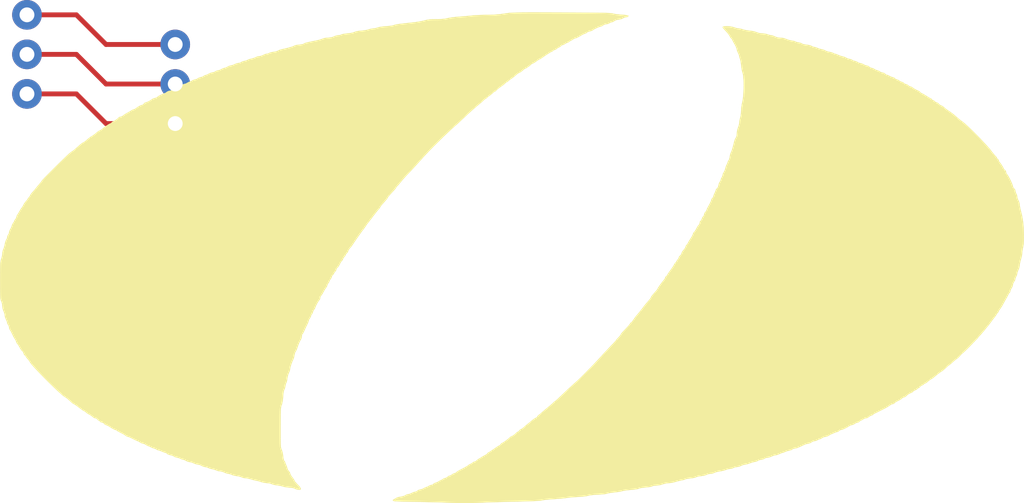
<source format=kicad_pcb>
(kicad_pcb (version 20171130) (host pcbnew "(5.0.0)")

  (general
    (thickness 1.6)
    (drawings 0)
    (tracks 15)
    (zones 0)
    (modules 1)
    (nets 1)
  )

  (page A4)
  (layers
    (0 F.Cu signal)
    (31 B.Cu signal)
    (32 B.Adhes user)
    (33 F.Adhes user)
    (34 B.Paste user)
    (35 F.Paste user)
    (36 B.SilkS user)
    (37 F.SilkS user)
    (38 B.Mask user)
    (39 F.Mask user)
    (40 Dwgs.User user)
    (41 Cmts.User user)
    (42 Eco1.User user)
    (43 Eco2.User user)
    (44 Edge.Cuts user)
    (45 Margin user)
    (46 B.CrtYd user)
    (47 F.CrtYd user)
    (48 B.Fab user)
    (49 F.Fab user)
  )

  (setup
    (last_trace_width 0.25)
    (trace_clearance 0.2)
    (zone_clearance 0.508)
    (zone_45_only no)
    (trace_min 0.2)
    (segment_width 0.2)
    (edge_width 0.15)
    (via_size 0.8)
    (via_drill 0.4)
    (via_min_size 0.4)
    (via_min_drill 0.3)
    (uvia_size 0.3)
    (uvia_drill 0.1)
    (uvias_allowed no)
    (uvia_min_size 0.2)
    (uvia_min_drill 0.1)
    (pcb_text_width 0.3)
    (pcb_text_size 1.5 1.5)
    (mod_edge_width 0.15)
    (mod_text_size 1 1)
    (mod_text_width 0.15)
    (pad_size 1.524 1.524)
    (pad_drill 0.762)
    (pad_to_mask_clearance 0.2)
    (aux_axis_origin 0 0)
    (visible_elements 7FFFFFFF)
    (pcbplotparams
      (layerselection 0x00020_7ffffffe)
      (usegerberextensions false)
      (usegerberattributes false)
      (usegerberadvancedattributes false)
      (creategerberjobfile false)
      (excludeedgelayer true)
      (linewidth 0.100000)
      (plotframeref false)
      (viasonmask false)
      (mode 1)
      (useauxorigin false)
      (hpglpennumber 1)
      (hpglpenspeed 20)
      (hpglpendiameter 15.000000)
      (psnegative false)
      (psa4output false)
      (plotreference true)
      (plotvalue true)
      (plotinvisibletext false)
      (padsonsilk false)
      (subtractmaskfromsilk false)
      (outputformat 1)
      (mirror false)
      (drillshape 0)
      (scaleselection 1)
      (outputdirectory ""))
  )

  (net 0 "")

  (net_class Default "This is the default net class."
    (clearance 0.2)
    (trace_width 0.25)
    (via_dia 0.8)
    (via_drill 0.4)
    (uvia_dia 0.3)
    (uvia_drill 0.1)
  )

  (module footprints:olin_negative (layer F.Cu) (tedit 0) (tstamp 5C00B5E0)
    (at 27.94 16.51)
    (fp_text reference G*** (at 0 0) (layer F.SilkS) hide
      (effects (font (size 1.524 1.524) (thickness 0.3)))
    )
    (fp_text value LOGO (at 0.75 0) (layer F.SilkS) hide
      (effects (font (size 1.524 1.524) (thickness 0.3)))
    )
    (fp_poly (pts (xy 0.922735 -15.110146) (xy 1.284046 -15.109234) (xy 1.700291 -15.107844) (xy 2.075212 -15.106451)
      (xy 2.561731 -15.104387) (xy 2.988232 -15.102089) (xy 3.358199 -15.099491) (xy 3.675113 -15.096525)
      (xy 3.942458 -15.093126) (xy 4.163716 -15.089228) (xy 4.342369 -15.084764) (xy 4.4819 -15.079668)
      (xy 4.585791 -15.073873) (xy 4.657525 -15.067313) (xy 4.700585 -15.059923) (xy 4.711672 -15.056248)
      (xy 4.781258 -15.03763) (xy 4.896449 -15.019371) (xy 5.039383 -15.003931) (xy 5.1494 -14.995943)
      (xy 5.29133 -14.985285) (xy 5.40866 -14.9717) (xy 5.487572 -14.95709) (xy 5.513858 -14.945783)
      (xy 5.509335 -14.906578) (xy 5.458033 -14.874576) (xy 5.376617 -14.859655) (xy 5.36825 -14.859487)
      (xy 5.283074 -14.837885) (xy 5.233634 -14.806746) (xy 5.169373 -14.77372) (xy 5.069737 -14.747618)
      (xy 5.008884 -14.739168) (xy 4.876292 -14.714118) (xy 4.790597 -14.669798) (xy 4.785075 -14.664423)
      (xy 4.712783 -14.618046) (xy 4.654025 -14.605) (xy 4.578453 -14.58572) (xy 4.54025 -14.557375)
      (xy 4.482374 -14.523835) (xy 4.398389 -14.509751) (xy 4.397769 -14.50975) (xy 4.296878 -14.489524)
      (xy 4.214086 -14.44625) (xy 4.147067 -14.401829) (xy 4.097386 -14.382763) (xy 4.096627 -14.38275)
      (xy 4.035739 -14.368947) (xy 3.943064 -14.334232) (xy 3.840909 -14.288646) (xy 3.751583 -14.242231)
      (xy 3.697393 -14.205026) (xy 3.694316 -14.201664) (xy 3.640707 -14.168195) (xy 3.554743 -14.141828)
      (xy 3.535566 -14.138362) (xy 3.450846 -14.116561) (xy 3.39553 -14.086858) (xy 3.389718 -14.079854)
      (xy 3.342961 -14.042386) (xy 3.287534 -14.020816) (xy 3.219685 -13.994313) (xy 3.121049 -13.944863)
      (xy 3.025191 -13.890354) (xy 2.924094 -13.833756) (xy 2.838953 -13.793826) (xy 2.790344 -13.779582)
      (xy 2.730386 -13.760859) (xy 2.658336 -13.716001) (xy 2.593331 -13.671756) (xy 2.547727 -13.652526)
      (xy 2.546817 -13.6525) (xy 2.502826 -13.630653) (xy 2.4765 -13.604875) (xy 2.420881 -13.564452)
      (xy 2.390307 -13.55725) (xy 2.333892 -13.538725) (xy 2.263407 -13.494138) (xy 2.262913 -13.49375)
      (xy 2.187952 -13.448654) (xy 2.122968 -13.43025) (xy 2.073758 -13.415387) (xy 2.06375 -13.39688)
      (xy 2.037324 -13.363828) (xy 1.972305 -13.325608) (xy 1.958035 -13.31934) (xy 1.87455 -13.275663)
      (xy 1.814207 -13.229066) (xy 1.811272 -13.22571) (xy 1.748814 -13.183939) (xy 1.710612 -13.17625)
      (xy 1.661154 -13.16312) (xy 1.651 -13.14664) (xy 1.6247 -13.114783) (xy 1.584225 -13.095836)
      (xy 1.544133 -13.080294) (xy 1.493118 -13.05349) (xy 1.419682 -13.008534) (xy 1.312329 -12.938535)
      (xy 1.227348 -12.881981) (xy 1.162013 -12.83684) (xy 1.079942 -12.778371) (xy 1.070367 -12.771438)
      (xy 0.999917 -12.725112) (xy 0.950328 -12.700984) (xy 0.944426 -12.7) (xy 0.906027 -12.682075)
      (xy 0.835378 -12.635752) (xy 0.771404 -12.588876) (xy 0.685142 -12.528185) (xy 0.614784 -12.487822)
      (xy 0.584386 -12.47775) (xy 0.531263 -12.453981) (xy 0.517515 -12.437971) (xy 0.478674 -12.399032)
      (xy 0.409017 -12.34422) (xy 0.328359 -12.287457) (xy 0.256516 -12.242667) (xy 0.213307 -12.223772)
      (xy 0.212605 -12.223751) (xy 0.175022 -12.204365) (xy 0.130769 -12.168188) (xy 0.032019 -12.083737)
      (xy -0.052686 -12.024857) (xy -0.108856 -12.001552) (xy -0.110571 -12.0015) (xy -0.152249 -11.981272)
      (xy -0.218961 -11.929987) (xy -0.254926 -11.897717) (xy -0.350874 -11.815555) (xy -0.46391 -11.729774)
      (xy -0.508 -11.699372) (xy -0.593366 -11.63881) (xy -0.656654 -11.586517) (xy -0.676266 -11.56503)
      (xy -0.725045 -11.528614) (xy -0.744306 -11.52525) (xy -0.793233 -11.499959) (xy -0.802914 -11.483668)
      (xy -0.835226 -11.447674) (xy -0.907324 -11.388154) (xy -1.00565 -11.316031) (xy -1.041815 -11.291144)
      (xy -1.146174 -11.216695) (xy -1.229015 -11.150507) (xy -1.276632 -11.103784) (xy -1.282259 -11.094602)
      (xy -1.320757 -11.053181) (xy -1.340442 -11.048119) (xy -1.386404 -11.026394) (xy -1.452514 -10.973056)
      (xy -1.476375 -10.949829) (xy -1.559544 -10.875416) (xy -1.643875 -10.81546) (xy -1.658938 -10.80702)
      (xy -1.720262 -10.766166) (xy -1.746244 -10.731053) (xy -1.74625 -10.730685) (xy -1.770751 -10.701024)
      (xy -1.780443 -10.69975) (xy -1.823328 -10.679145) (xy -1.886743 -10.628063) (xy -1.903132 -10.612438)
      (xy -1.985827 -10.535735) (xy -2.083217 -10.451822) (xy -2.110055 -10.429875) (xy -2.318596 -10.25625)
      (xy -2.556675 -10.047842) (xy -2.810849 -9.816612) (xy -3.019876 -9.62025) (xy -3.12846 -9.51752)
      (xy -3.225296 -9.427317) (xy -3.297947 -9.361149) (xy -3.32873 -9.3345) (xy -3.435159 -9.243601)
      (xy -3.577263 -9.114729) (xy -3.746904 -8.955872) (xy -3.93594 -8.775017) (xy -4.13623 -8.580153)
      (xy -4.339636 -8.379268) (xy -4.538016 -8.180349) (xy -4.723231 -7.991383) (xy -4.887139 -7.82036)
      (xy -5.021601 -7.675266) (xy -5.036475 -7.658746) (xy -5.202085 -7.474207) (xy -5.333164 -7.328615)
      (xy -5.437442 -7.213522) (xy -5.52265 -7.120482) (xy -5.596516 -7.041045) (xy -5.666771 -6.966765)
      (xy -5.730875 -6.899861) (xy -5.89858 -6.721262) (xy -6.057212 -6.544343) (xy -6.192817 -6.384913)
      (xy -6.262442 -6.297581) (xy -6.320482 -6.229374) (xy -6.369158 -6.184073) (xy -6.372671 -6.181735)
      (xy -6.409595 -6.141442) (xy -6.4135 -6.126173) (xy -6.433496 -6.087514) (xy -6.484766 -6.021028)
      (xy -6.527801 -5.972176) (xy -6.621006 -5.87109) (xy -6.718925 -5.764729) (xy -6.750051 -5.730875)
      (xy -6.812228 -5.658436) (xy -6.851244 -5.603794) (xy -6.858 -5.587413) (xy -6.871932 -5.55832)
      (xy -6.916376 -5.499604) (xy -6.99531 -5.406457) (xy -7.112709 -5.274073) (xy -7.167563 -5.213221)
      (xy -7.216431 -5.151803) (xy -7.238846 -5.109069) (xy -7.239 -5.107114) (xy -7.25931 -5.066615)
      (xy -7.299753 -5.019248) (xy -7.344312 -4.96867) (xy -7.415528 -4.881238) (xy -7.502107 -4.771008)
      (xy -7.561257 -4.69381) (xy -7.665122 -4.556886) (xy -7.737852 -4.461178) (xy -7.786694 -4.397314)
      (xy -7.818897 -4.355923) (xy -7.841708 -4.327635) (xy -7.862377 -4.303078) (xy -7.874 -4.289472)
      (xy -7.926756 -4.218947) (xy -7.96925 -4.152865) (xy -8.023564 -4.069994) (xy -8.08844 -3.982415)
      (xy -8.089823 -3.980681) (xy -8.159205 -3.889792) (xy -8.252435 -3.762155) (xy -8.358108 -3.613838)
      (xy -8.464818 -3.46091) (xy -8.56116 -3.319437) (xy -8.590534 -3.275276) (xy -8.667679 -3.160128)
      (xy -8.726256 -3.078531) (xy -8.781454 -3.010255) (xy -8.834438 -2.950475) (xy -8.877107 -2.886138)
      (xy -8.89 -2.841315) (xy -8.912407 -2.785658) (xy -8.9535 -2.739009) (xy -9.001459 -2.685598)
      (xy -9.017 -2.64899) (xy -9.0385 -2.602361) (xy -9.077645 -2.55846) (xy -9.133593 -2.484213)
      (xy -9.157625 -2.426539) (xy -9.18232 -2.368204) (xy -9.2058 -2.3495) (xy -9.23366 -2.323072)
      (xy -9.276556 -2.25451) (xy -9.315493 -2.17859) (xy -9.366823 -2.083422) (xy -9.416126 -2.013714)
      (xy -9.444799 -1.989086) (xy -9.484641 -1.945755) (xy -9.49325 -1.905686) (xy -9.516221 -1.836226)
      (xy -9.55675 -1.786509) (xy -9.604881 -1.730771) (xy -9.62025 -1.690573) (xy -9.645726 -1.643547)
      (xy -9.665935 -1.631477) (xy -9.705434 -1.590194) (xy -9.731476 -1.523542) (xy -9.761311 -1.443934)
      (xy -9.796916 -1.395307) (xy -9.835998 -1.343662) (xy -9.8425 -1.31802) (xy -9.860812 -1.267089)
      (xy -9.904962 -1.199162) (xy -9.906 -1.197837) (xy -9.950768 -1.1268) (xy -9.9695 -1.069007)
      (xy -9.9695 -1.068823) (xy -9.990536 -1.007169) (xy -10.015138 -0.974898) (xy -10.052731 -0.924289)
      (xy -10.106686 -0.836279) (xy -10.162864 -0.734506) (xy -10.217302 -0.637515) (xy -10.26332 -0.567752)
      (xy -10.291263 -0.539793) (xy -10.291851 -0.53975) (xy -10.312294 -0.512621) (xy -10.31875 -0.462643)
      (xy -10.334797 -0.384914) (xy -10.35951 -0.343581) (xy -10.413805 -0.271759) (xy -10.477352 -0.165969)
      (xy -10.536456 -0.051452) (xy -10.577418 0.046553) (xy -10.584733 0.071437) (xy -10.609201 0.134562)
      (xy -10.635632 0.15875) (xy -10.661637 0.186356) (xy -10.690737 0.255486) (xy -10.69975 0.28575)
      (xy -10.727615 0.364585) (xy -10.756218 0.409086) (xy -10.764474 0.41275) (xy -10.789852 0.439156)
      (xy -10.795 0.471968) (xy -10.813905 0.538057) (xy -10.8585 0.611913) (xy -10.903286 0.683158)
      (xy -10.922 0.74137) (xy -10.922 0.741515) (xy -10.935975 0.797359) (xy -10.97139 0.883045)
      (xy -10.993438 0.927872) (xy -11.047383 1.037177) (xy -11.10837 1.168618) (xy -11.143005 1.247052)
      (xy -11.187444 1.341793) (xy -11.22535 1.407526) (xy -11.246193 1.42875) (xy -11.263198 1.456549)
      (xy -11.271167 1.524329) (xy -11.27125 1.53281) (xy -11.288703 1.633022) (xy -11.326813 1.715372)
      (xy -11.374188 1.794515) (xy -11.42275 1.903205) (xy -11.47782 2.054138) (xy -11.512034 2.157358)
      (xy -11.545858 2.245829) (xy -11.578585 2.306427) (xy -11.590185 2.318636) (xy -11.613666 2.359419)
      (xy -11.637265 2.44092) (xy -11.647639 2.494902) (xy -11.669241 2.600632) (xy -11.695111 2.688412)
      (xy -11.706352 2.714625) (xy -11.758484 2.826922) (xy -11.808187 2.957345) (xy -11.84825 3.084243)
      (xy -11.871462 3.185963) (xy -11.8745 3.219491) (xy -11.89134 3.310081) (xy -11.932124 3.405073)
      (xy -11.934691 3.409377) (xy -11.971124 3.495621) (xy -12.002356 3.614953) (xy -12.01719 3.706869)
      (xy -12.032786 3.81285) (xy -12.051171 3.891039) (xy -12.06629 3.921922) (xy -12.08625 3.960688)
      (xy -12.106468 4.040253) (xy -12.114675 4.088552) (xy -12.135746 4.188493) (xy -12.16384 4.266341)
      (xy -12.176149 4.28625) (xy -12.196133 4.339373) (xy -12.214379 4.440703) (xy -12.228425 4.57495)
      (xy -12.232373 4.6355) (xy -12.250398 4.83212) (xy -12.279923 4.987406) (xy -12.306015 5.064125)
      (xy -12.321962 5.104772) (xy -12.334706 5.153197) (xy -12.344614 5.216623) (xy -12.352055 5.302273)
      (xy -12.357395 5.41737) (xy -12.361003 5.56914) (xy -12.363244 5.764805) (xy -12.364488 6.011589)
      (xy -12.364969 6.223) (xy -12.365183 6.508956) (xy -12.364569 6.738552) (xy -12.362771 6.918925)
      (xy -12.359431 7.057213) (xy -12.354191 7.160553) (xy -12.346694 7.236084) (xy -12.336582 7.290942)
      (xy -12.323498 7.332266) (xy -12.307719 7.366) (xy -12.274001 7.457392) (xy -12.246009 7.582375)
      (xy -12.232042 7.691068) (xy -12.216615 7.812192) (xy -12.19367 7.902346) (xy -12.171886 7.941018)
      (xy -12.134068 7.990485) (xy -12.128305 8.012825) (xy -12.114434 8.064958) (xy -12.083672 8.133798)
      (xy -12.044125 8.228774) (xy -12.016102 8.324297) (xy -11.982957 8.409809) (xy -11.935034 8.47018)
      (xy -11.933735 8.471111) (xy -11.885932 8.531034) (xy -11.8745 8.576894) (xy -11.855158 8.636635)
      (xy -11.805538 8.720513) (xy -11.763375 8.776801) (xy -11.701584 8.858868) (xy -11.661238 8.925226)
      (xy -11.65225 8.951582) (xy -11.630851 8.991063) (xy -11.574177 9.060208) (xy -11.493519 9.145503)
      (xy -11.474767 9.164029) (xy -11.371981 9.276315) (xy -11.323974 9.358318) (xy -11.330531 9.40925)
      (xy -11.391436 9.42832) (xy -11.506473 9.414738) (xy -11.541125 9.406775) (xy -11.614395 9.377903)
      (xy -11.644777 9.35856) (xy -11.694849 9.340645) (xy -11.788705 9.324259) (xy -11.906657 9.312777)
      (xy -11.914652 9.312284) (xy -12.047684 9.299191) (xy -12.171518 9.278285) (xy -12.2555 9.255348)
      (xy -12.352751 9.2275) (xy -12.477239 9.204565) (xy -12.545616 9.196579) (xy -12.665769 9.178575)
      (xy -12.77561 9.149655) (xy -12.821851 9.130787) (xy -12.916314 9.098981) (xy -13.032027 9.081599)
      (xy -13.064342 9.0805) (xy -13.178667 9.069245) (xy -13.313305 9.040425) (xy -13.390256 9.017)
      (xy -13.496191 8.982709) (xy -13.583453 8.959653) (xy -13.623451 8.9535) (xy -13.679807 8.944208)
      (xy -13.774621 8.919985) (xy -13.87475 8.89) (xy -13.999224 8.856017) (xy -14.118265 8.832974)
      (xy -14.189322 8.8265) (xy -14.285489 8.814824) (xy -14.363264 8.786426) (xy -14.367748 8.783529)
      (xy -14.434322 8.755983) (xy -14.536473 8.73231) (xy -14.605 8.722753) (xy -14.723753 8.703133)
      (xy -14.831886 8.672966) (xy -14.874875 8.654794) (xy -14.966514 8.619054) (xy -15.049971 8.604445)
      (xy -15.129295 8.589336) (xy -15.225782 8.552126) (xy -15.248293 8.54075) (xy -15.350924 8.499224)
      (xy -15.452922 8.477827) (xy -15.470073 8.477054) (xy -15.57633 8.461279) (xy -15.664889 8.429132)
      (xy -15.758512 8.392639) (xy -15.869761 8.364926) (xy -15.887139 8.362079) (xy -15.989355 8.338842)
      (xy -16.075466 8.306039) (xy -16.088196 8.298876) (xy -16.175272 8.264826) (xy -16.246946 8.25479)
      (xy -16.335144 8.236876) (xy -16.427063 8.193819) (xy -16.430625 8.1915) (xy -16.52169 8.147659)
      (xy -16.61115 8.128258) (xy -16.614453 8.128209) (xy -16.699377 8.113487) (xy -16.800984 8.077128)
      (xy -16.8275 8.0645) (xy -16.927004 8.02407) (xy -17.02045 8.002101) (xy -17.040548 8.00079)
      (xy -17.128862 7.982872) (xy -17.220833 7.939807) (xy -17.224375 7.9375) (xy -17.306862 7.89437)
      (xy -17.3793 7.874375) (xy -17.383998 7.874209) (xy -17.462093 7.856257) (xy -17.510998 7.831131)
      (xy -17.583804 7.797841) (xy -17.681523 7.771622) (xy -17.698056 7.768755) (xy -17.783097 7.747761)
      (xy -17.838603 7.720045) (xy -17.844878 7.713021) (xy -17.887126 7.686404) (xy -17.969349 7.659501)
      (xy -18.02099 7.648074) (xy -18.116179 7.622192) (xy -18.184351 7.588882) (xy -18.201184 7.572053)
      (xy -18.253092 7.529784) (xy -18.281641 7.523672) (xy -18.342671 7.509696) (xy -18.430608 7.475985)
      (xy -18.462625 7.46125) (xy -18.551834 7.42308) (xy -18.623188 7.40095) (xy -18.63912 7.398827)
      (xy -18.702531 7.379688) (xy -18.750245 7.351134) (xy -18.81785 7.313829) (xy -18.859971 7.303509)
      (xy -18.917016 7.288556) (xy -19.000272 7.252513) (xy -19.026543 7.239) (xy -19.108314 7.199295)
      (xy -19.168844 7.177154) (xy -19.179815 7.1755) (xy -19.22723 7.157325) (xy -19.293478 7.113455)
      (xy -19.295337 7.112) (xy -19.374594 7.066552) (xy -19.446875 7.0485) (xy -19.522044 7.029238)
      (xy -19.598414 6.985) (xy -19.665196 6.940599) (xy -19.7144 6.921514) (xy -19.71518 6.9215)
      (xy -19.759182 6.907247) (xy -19.841594 6.86968) (xy -19.945467 6.816589) (xy -19.957032 6.810375)
      (xy -20.066126 6.755621) (xy -20.159854 6.715936) (xy -20.219115 6.69934) (xy -20.221659 6.69925)
      (xy -20.291355 6.676221) (xy -20.319371 6.652382) (xy -20.366791 6.615562) (xy -20.45344 6.564376)
      (xy -20.558703 6.510814) (xy -20.661838 6.458918) (xy -20.740995 6.413207) (xy -20.779334 6.383422)
      (xy -20.779568 6.383057) (xy -20.82566 6.354108) (xy -20.854368 6.35) (xy -20.906704 6.333192)
      (xy -20.992649 6.289029) (xy -21.094023 6.226899) (xy -21.098557 6.223897) (xy -21.200231 6.161055)
      (xy -21.28728 6.115586) (xy -21.3415 6.096952) (xy -21.342821 6.096897) (xy -21.399989 6.070702)
      (xy -21.43125 6.0325) (xy -21.491062 5.98019) (xy -21.544489 5.969) (xy -21.611659 5.951959)
      (xy -21.642019 5.921375) (xy -21.681371 5.879189) (xy -21.703405 5.87375) (xy -21.751135 5.848631)
      (xy -21.7805 5.81025) (xy -21.839206 5.758359) (xy -21.890942 5.74675) (xy -21.967985 5.724868)
      (xy -22.008888 5.691187) (xy -22.060103 5.645363) (xy -22.145748 5.588902) (xy -22.20464 5.55625)
      (xy -22.293637 5.505026) (xy -22.356619 5.458671) (xy -22.374725 5.437187) (xy -22.414729 5.4003)
      (xy -22.430578 5.3975) (xy -22.471554 5.37907) (xy -22.549161 5.329506) (xy -22.650485 5.257392)
      (xy -22.717125 5.207) (xy -22.825243 5.125701) (xy -22.915912 5.061694) (xy -22.97676 5.023493)
      (xy -22.993929 5.0165) (xy -23.027477 5.001323) (xy -23.090434 4.952945) (xy -23.187946 4.867095)
      (xy -23.307389 4.756251) (xy -23.378807 4.701398) (xy -23.453774 4.656275) (xy -23.519833 4.610923)
      (xy -23.621288 4.526958) (xy -23.751677 4.410836) (xy -23.904537 4.269012) (xy -24.073407 4.107941)
      (xy -24.251824 3.934078) (xy -24.433326 3.753877) (xy -24.611451 3.573795) (xy -24.779737 3.400286)
      (xy -24.931721 3.239805) (xy -25.060942 3.098807) (xy -25.160937 2.983747) (xy -25.225244 2.90108)
      (xy -25.245246 2.866777) (xy -25.280121 2.808946) (xy -25.340863 2.732172) (xy -25.365505 2.704727)
      (xy -25.424688 2.634934) (xy -25.459557 2.581656) (xy -25.4635 2.568793) (xy -25.488741 2.531596)
      (xy -25.509185 2.520476) (xy -25.548398 2.479289) (xy -25.575167 2.410536) (xy -25.604913 2.334931)
      (xy -25.642939 2.291559) (xy -25.686885 2.253749) (xy -25.737808 2.18106) (xy -25.803141 2.062514)
      (xy -25.818762 2.032) (xy -25.861322 1.96473) (xy -25.895851 1.929218) (xy -25.930199 1.883217)
      (xy -25.954555 1.818093) (xy -25.986636 1.734378) (xy -26.020649 1.6813) (xy -26.055422 1.628714)
      (xy -26.104781 1.537195) (xy -26.158278 1.426163) (xy -26.160309 1.421694) (xy -26.211402 1.315702)
      (xy -26.256559 1.233731) (xy -26.286649 1.19224) (xy -26.288259 1.191083) (xy -26.312072 1.147601)
      (xy -26.32075 1.081513) (xy -26.336739 1.001496) (xy -26.368376 0.9525) (xy -26.409133 0.889748)
      (xy -26.416001 0.853247) (xy -26.430546 0.788173) (xy -26.466741 0.700069) (xy -26.479501 0.675042)
      (xy -26.520784 0.574766) (xy -26.542173 0.477397) (xy -26.543001 0.460374) (xy -26.558349 0.369201)
      (xy -26.596282 0.266025) (xy -26.6065 0.245707) (xy -26.653387 0.114429) (xy -26.670196 -0.023698)
      (xy -26.683069 -0.143756) (xy -26.715487 -0.250068) (xy -26.725601 -0.269875) (xy -26.741399 -0.302759)
      (xy -26.753904 -0.345612) (xy -26.763494 -0.405676) (xy -26.770546 -0.490193) (xy -26.775436 -0.606405)
      (xy -26.778541 -0.761555) (xy -26.780238 -0.962883) (xy -26.780905 -1.217631) (xy -26.780968 -1.3335)
      (xy -26.780647 -1.613264) (xy -26.779332 -1.837082) (xy -26.776642 -2.012507) (xy -26.7722 -2.147089)
      (xy -26.765626 -2.24838) (xy -26.756541 -2.323933) (xy -26.744566 -2.381297) (xy -26.729322 -2.428026)
      (xy -26.725563 -2.437456) (xy -26.689815 -2.556168) (xy -26.670761 -2.680739) (xy -26.669805 -2.707331)
      (xy -26.656875 -2.818817) (xy -26.62525 -2.921483) (xy -26.617639 -2.936875) (xy -26.582416 -3.025134)
      (xy -26.551642 -3.141754) (xy -26.540813 -3.20165) (xy -26.517548 -3.308625) (xy -26.485437 -3.395518)
      (xy -26.465979 -3.4264) (xy -26.426534 -3.501361) (xy -26.416001 -3.56255) (xy -26.398316 -3.640042)
      (xy -26.368375 -3.683) (xy -26.330974 -3.744094) (xy -26.32075 -3.801049) (xy -26.302434 -3.883492)
      (xy -26.261198 -3.963849) (xy -26.209811 -4.059743) (xy -26.179782 -4.149119) (xy -26.150804 -4.23186)
      (xy -26.112335 -4.287944) (xy -26.073268 -4.339274) (xy -26.06675 -4.364655) (xy -26.04743 -4.414792)
      (xy -26.00325 -4.47675) (xy -25.957215 -4.547474) (xy -25.93975 -4.606341) (xy -25.918918 -4.67818)
      (xy -25.900063 -4.705154) (xy -25.861253 -4.759263) (xy -25.812381 -4.843036) (xy -25.796875 -4.872627)
      (xy -25.739797 -4.972781) (xy -25.678639 -5.062918) (xy -25.666282 -5.078518) (xy -25.612326 -5.155612)
      (xy -25.579133 -5.223559) (xy -25.545588 -5.28665) (xy -25.486031 -5.366593) (xy -25.463663 -5.392206)
      (xy -25.405803 -5.460683) (xy -25.37192 -5.510702) (xy -25.368251 -5.521539) (xy -25.347086 -5.559189)
      (xy -25.304751 -5.603875) (xy -25.25711 -5.6602) (xy -25.24125 -5.700122) (xy -25.221088 -5.743508)
      (xy -25.169226 -5.813818) (xy -25.122188 -5.867991) (xy -25.041169 -5.958607) (xy -24.967958 -6.045046)
      (xy -24.939625 -6.080752) (xy -24.881667 -6.153338) (xy -24.803517 -6.246648) (xy -24.757063 -6.30045)
      (xy -24.692194 -6.378405) (xy -24.648949 -6.437735) (xy -24.638 -6.460118) (xy -24.616388 -6.48672)
      (xy -24.555974 -6.551072) (xy -24.463395 -6.646563) (xy -24.345286 -6.766586) (xy -24.208283 -6.904529)
      (xy -24.059021 -7.053784) (xy -23.904135 -7.207741) (xy -23.750263 -7.35979) (xy -23.604038 -7.503322)
      (xy -23.472097 -7.631727) (xy -23.361075 -7.738396) (xy -23.277608 -7.816718) (xy -23.259726 -7.832987)
      (xy -23.178948 -7.901225) (xy -23.107961 -7.953884) (xy -23.087189 -7.966608) (xy -23.056248 -7.985151)
      (xy -23.01697 -8.013804) (xy -22.960931 -8.059596) (xy -22.879707 -8.129554) (xy -22.764876 -8.230704)
      (xy -22.674676 -8.310772) (xy -22.59318 -8.376353) (xy -22.521026 -8.423116) (xy -22.497656 -8.433611)
      (xy -22.440892 -8.466037) (xy -22.361985 -8.527765) (xy -22.31238 -8.572738) (xy -22.216004 -8.655197)
      (xy -22.114072 -8.727422) (xy -22.072329 -8.751525) (xy -21.973576 -8.812959) (xy -21.871779 -8.892134)
      (xy -21.84883 -8.912931) (xy -21.768655 -8.979821) (xy -21.694844 -9.026972) (xy -21.673351 -9.036017)
      (xy -21.594934 -9.074016) (xy -21.55825 -9.101722) (xy -21.489656 -9.159896) (xy -21.398637 -9.22882)
      (xy -21.300945 -9.297626) (xy -21.21233 -9.35545) (xy -21.14854 -9.391424) (xy -21.128812 -9.398)
      (xy -21.081586 -9.41957) (xy -21.034376 -9.4615) (xy -20.98213 -9.508824) (xy -20.948794 -9.525)
      (xy -20.902563 -9.543472) (xy -20.831169 -9.588351) (xy -20.75689 -9.64383) (xy -20.702002 -9.694106)
      (xy -20.691485 -9.707563) (xy -20.641889 -9.739996) (xy -20.598282 -9.74725) (xy -20.524515 -9.768215)
      (xy -20.464922 -9.807993) (xy -20.397799 -9.858852) (xy -20.302123 -9.91874) (xy -20.252795 -9.946103)
      (xy -20.151425 -10.00213) (xy -20.061815 -10.055819) (xy -20.031418 -10.075861) (xy -19.962557 -10.114507)
      (xy -19.914721 -10.12825) (xy -19.853759 -10.147326) (xy -19.834473 -10.160448) (xy -19.74085 -10.230016)
      (xy -19.638837 -10.292313) (xy -19.548502 -10.336129) (xy -19.494208 -10.350501) (xy -19.431702 -10.376071)
      (xy -19.39925 -10.414001) (xy -19.353019 -10.464603) (xy -19.317111 -10.477501) (xy -19.260314 -10.49293)
      (xy -19.172821 -10.531588) (xy -19.077135 -10.582026) (xy -18.995756 -10.632798) (xy -18.965777 -10.656237)
      (xy -18.908941 -10.686151) (xy -18.823167 -10.71131) (xy -18.813433 -10.713238) (xy -18.739567 -10.733996)
      (xy -18.701961 -10.758062) (xy -18.70075 -10.762383) (xy -18.674631 -10.787831) (xy -18.60872 -10.828514)
      (xy -18.521691 -10.874882) (xy -18.432215 -10.917385) (xy -18.358966 -10.946474) (xy -18.326575 -10.953751)
      (xy -18.284114 -10.97276) (xy -18.2245 -11.017251) (xy -18.147513 -11.06378) (xy -18.078641 -11.080751)
      (xy -18.013925 -11.092385) (xy -17.987615 -11.110495) (xy -17.949566 -11.139958) (xy -17.872744 -11.183244)
      (xy -17.777341 -11.230611) (xy -17.683553 -11.272318) (xy -17.61157 -11.298625) (xy -17.588537 -11.303001)
      (xy -17.539729 -11.321229) (xy -17.472812 -11.36521) (xy -17.471164 -11.3665) (xy -17.393263 -11.411907)
      (xy -17.323281 -11.43021) (xy -17.251408 -11.447527) (xy -17.16728 -11.489354) (xy -17.160875 -11.4935)
      (xy -17.082661 -11.536264) (xy -17.018752 -11.55654) (xy -17.013951 -11.556791) (xy -16.949772 -11.579709)
      (xy -16.926039 -11.600663) (xy -16.872825 -11.633556) (xy -16.786438 -11.660252) (xy -16.763401 -11.664539)
      (xy -16.684241 -11.683454) (xy -16.640219 -11.706125) (xy -16.637 -11.712959) (xy -16.608946 -11.735652)
      (xy -16.537085 -11.763117) (xy -16.47825 -11.779251) (xy -16.388435 -11.8054) (xy -16.330888 -11.830996)
      (xy -16.3195 -11.843395) (xy -16.291991 -11.866911) (xy -16.2249 -11.889471) (xy -16.216313 -11.891386)
      (xy -16.126941 -11.921014) (xy -16.060027 -11.9601) (xy -15.994833 -11.994506) (xy -15.900536 -12.02058)
      (xy -15.877935 -12.024184) (xy -15.787171 -12.045329) (xy -15.722141 -12.076338) (xy -15.712833 -12.084993)
      (xy -15.655389 -12.118343) (xy -15.5933 -12.12871) (xy -15.508985 -12.146481) (xy -15.418866 -12.189245)
      (xy -15.414625 -12.192) (xy -15.332426 -12.235166) (xy -15.260579 -12.255315) (xy -15.255875 -12.2555)
      (xy -15.186748 -12.272866) (xy -15.103985 -12.31456) (xy -15.097125 -12.319) (xy -15.012155 -12.36234)
      (xy -14.934774 -12.382166) (xy -14.930323 -12.382291) (xy -14.856915 -12.397227) (xy -14.763864 -12.434049)
      (xy -14.740293 -12.446001) (xy -14.642005 -12.48712) (xy -14.548564 -12.508599) (xy -14.531765 -12.509501)
      (xy -14.449908 -12.524074) (xy -14.398488 -12.552727) (xy -14.341199 -12.584635) (xy -14.250682 -12.611755)
      (xy -14.219145 -12.617719) (xy -14.1315 -12.637468) (xy -14.073657 -12.66111) (xy -14.064558 -12.669371)
      (xy -14.025162 -12.691662) (xy -13.944002 -12.716625) (xy -13.879128 -12.73092) (xy -13.769595 -12.758224)
      (xy -13.676757 -12.792468) (xy -13.64352 -12.810667) (xy -13.561889 -12.8454) (xy -13.471578 -12.85875)
      (xy -13.373005 -12.875891) (xy -13.272012 -12.917608) (xy -13.26433 -12.922132) (xy -13.17332 -12.964761)
      (xy -13.08804 -12.985302) (xy -13.079413 -12.985632) (xy -13.002726 -12.999621) (xy -12.960943 -13.023258)
      (xy -12.910995 -13.046719) (xy -12.819451 -13.069511) (xy -12.72811 -13.083796) (xy -12.622211 -13.1009)
      (xy -12.543448 -13.122192) (xy -12.512371 -13.139855) (xy -12.472884 -13.163366) (xy -12.38955 -13.192616)
      (xy -12.286417 -13.219808) (xy -12.055988 -13.274091) (xy -11.882961 -13.318836) (xy -11.762206 -13.355532)
      (xy -11.688591 -13.385669) (xy -11.666721 -13.399666) (xy -11.613038 -13.421392) (xy -11.517197 -13.441251)
      (xy -11.406497 -13.454316) (xy -11.294885 -13.467605) (xy -11.209607 -13.486205) (xy -11.169491 -13.50581)
      (xy -11.150061 -13.522042) (xy -11.107533 -13.539637) (xy -11.034199 -13.56053) (xy -10.92235 -13.58666)
      (xy -10.764279 -13.619962) (xy -10.552277 -13.662373) (xy -10.525125 -13.667719) (xy -10.397737 -13.697172)
      (xy -10.282208 -13.731401) (xy -10.207625 -13.761141) (xy -10.116516 -13.790826) (xy -9.993722 -13.808494)
      (xy -9.929698 -13.811055) (xy -9.735746 -13.833526) (xy -9.628543 -13.874751) (xy -9.522593 -13.916493)
      (xy -9.41405 -13.937615) (xy -9.396883 -13.938251) (xy -9.31138 -13.947392) (xy -9.252716 -13.969722)
      (xy -9.249012 -13.972939) (xy -9.203342 -13.990987) (xy -9.110934 -14.009598) (xy -8.988446 -14.025718)
      (xy -8.932371 -14.030984) (xy -8.786325 -14.048053) (xy -8.663314 -14.071704) (xy -8.581688 -14.098238)
      (xy -8.571773 -14.103672) (xy -8.497456 -14.131399) (xy -8.377053 -14.155266) (xy -8.227979 -14.171871)
      (xy -8.219521 -14.17249) (xy -8.077715 -14.18725) (xy -7.945964 -14.208999) (xy -7.848009 -14.233623)
      (xy -7.831604 -14.239737) (xy -7.722034 -14.272532) (xy -7.610927 -14.287419) (xy -7.604125 -14.287501)
      (xy -7.495453 -14.300601) (xy -7.383601 -14.332468) (xy -7.375466 -14.335757) (xy -7.294567 -14.358086)
      (xy -7.169967 -14.379255) (xy -7.021438 -14.396294) (xy -6.924048 -14.403595) (xy -6.780862 -14.414839)
      (xy -6.659124 -14.429761) (xy -6.574247 -14.446163) (xy -6.544503 -14.457741) (xy -6.496191 -14.4754)
      (xy -6.399931 -14.49595) (xy -6.271013 -14.51649) (xy -6.163503 -14.529989) (xy -5.972891 -14.551229)
      (xy -5.757599 -14.575145) (xy -5.554883 -14.597599) (xy -5.49275 -14.604463) (xy -5.325516 -14.626887)
      (xy -5.155548 -14.656281) (xy -5.009237 -14.687827) (xy -4.953 -14.702963) (xy -4.832019 -14.73298)
      (xy -4.698875 -14.752004) (xy -4.53603 -14.761808) (xy -4.346859 -14.76421) (xy -4.10719 -14.769129)
      (xy -3.924749 -14.784823) (xy -3.794105 -14.811765) (xy -3.791234 -14.812656) (xy -3.700842 -14.833174)
      (xy -3.564327 -14.854551) (xy -3.398985 -14.874474) (xy -3.222112 -14.89063) (xy -3.190875 -14.892925)
      (xy -3.003546 -14.907059) (xy -2.814702 -14.922884) (xy -2.645378 -14.938543) (xy -2.51661 -14.95218)
      (xy -2.50825 -14.953181) (xy -2.390252 -14.963589) (xy -2.227163 -14.972629) (xy -2.037391 -14.979536)
      (xy -1.839342 -14.983545) (xy -1.762125 -14.984165) (xy -1.410169 -14.993222) (xy -1.09788 -15.01837)
      (xy -0.861663 -15.051192) (xy -0.788088 -15.063005) (xy -0.716729 -15.073264) (xy -0.642824 -15.08206)
      (xy -0.56161 -15.089482) (xy -0.468324 -15.09562) (xy -0.358204 -15.100563) (xy -0.226488 -15.1044)
      (xy -0.068412 -15.107222) (xy 0.120786 -15.109118) (xy 0.345868 -15.110177) (xy 0.611597 -15.11049)
      (xy 0.922735 -15.110146)) (layer F.SilkS) (width 0.01))
    (fp_poly (pts (xy 10.692077 -14.397941) (xy 10.824273 -14.377585) (xy 10.946418 -14.344827) (xy 10.981439 -14.331619)
      (xy 11.082473 -14.300843) (xy 11.17845 -14.287515) (xy 11.180897 -14.2875) (xy 11.27455 -14.274822)
      (xy 11.377191 -14.244013) (xy 11.384299 -14.241117) (xy 11.471458 -14.21536) (xy 11.596029 -14.191347)
      (xy 11.732007 -14.174034) (xy 11.740467 -14.173272) (xy 11.877693 -14.154783) (xy 12.006467 -14.126487)
      (xy 12.099993 -14.094337) (xy 12.103422 -14.092655) (xy 12.223209 -14.052392) (xy 12.362528 -14.033849)
      (xy 12.382254 -14.0335) (xy 12.504028 -14.023589) (xy 12.620802 -13.998643) (xy 12.657272 -13.985875)
      (xy 12.755731 -13.95382) (xy 12.845856 -13.938378) (xy 12.854689 -13.938132) (xy 12.93811 -13.921436)
      (xy 13.031606 -13.880779) (xy 13.042079 -13.874632) (xy 13.176998 -13.823881) (xy 13.320007 -13.81125)
      (xy 13.494597 -13.791642) (xy 13.609168 -13.749513) (xy 13.710788 -13.708779) (xy 13.836769 -13.676057)
      (xy 13.895223 -13.666427) (xy 13.993167 -13.650063) (xy 14.062301 -13.630818) (xy 14.082284 -13.618874)
      (xy 14.120828 -13.59936) (xy 14.200246 -13.579601) (xy 14.248552 -13.571577) (xy 14.344205 -13.551256)
      (xy 14.413831 -13.524064) (xy 14.430375 -13.511283) (xy 14.47705 -13.487864) (xy 14.566219 -13.466648)
      (xy 14.658577 -13.454357) (xy 14.776254 -13.436679) (xy 14.877519 -13.409278) (xy 14.927579 -13.385816)
      (xy 15.005401 -13.347116) (xy 15.064502 -13.334805) (xy 15.138389 -13.32017) (xy 15.220388 -13.286883)
      (xy 15.313992 -13.250277) (xy 15.425224 -13.22227) (xy 15.442638 -13.219357) (xy 15.538666 -13.196155)
      (xy 15.613283 -13.163379) (xy 15.62491 -13.154876) (xy 15.685195 -13.124232) (xy 15.781554 -13.095805)
      (xy 15.841133 -13.084163) (xy 15.941947 -13.062706) (xy 16.018297 -13.036531) (xy 16.04201 -13.02194)
      (xy 16.104429 -12.989032) (xy 16.128636 -12.985751) (xy 16.188078 -12.971934) (xy 16.272552 -12.937649)
      (xy 16.294806 -12.926746) (xy 16.404136 -12.8818) (xy 16.516946 -12.85063) (xy 16.527707 -12.848728)
      (xy 16.620226 -12.824174) (xy 16.691059 -12.789365) (xy 16.6965 -12.785028) (xy 16.760828 -12.751232)
      (xy 16.854099 -12.724569) (xy 16.874875 -12.720919) (xy 16.957172 -12.701574) (xy 17.006985 -12.677148)
      (xy 17.012123 -12.670004) (xy 17.047375 -12.644503) (xy 17.121046 -12.621661) (xy 17.139373 -12.618094)
      (xy 17.22487 -12.594715) (xy 17.283016 -12.563848) (xy 17.287875 -12.558858) (xy 17.338104 -12.528896)
      (xy 17.422058 -12.504016) (xy 17.442625 -12.500252) (xy 17.537527 -12.474868) (xy 17.611593 -12.438075)
      (xy 17.61975 -12.431483) (xy 17.693951 -12.392665) (xy 17.753766 -12.382501) (xy 17.836011 -12.359492)
      (xy 17.891125 -12.319) (xy 17.960977 -12.270395) (xy 18.020777 -12.2555) (xy 18.09886 -12.236356)
      (xy 18.138078 -12.210386) (xy 18.196434 -12.173838) (xy 18.286405 -12.13821) (xy 18.314971 -12.129787)
      (xy 18.395469 -12.102562) (xy 18.44209 -12.076054) (xy 18.44675 -12.067835) (xy 18.474743 -12.046627)
      (xy 18.544492 -12.026321) (xy 18.570284 -12.021612) (xy 18.653861 -11.997723) (xy 18.706698 -11.963161)
      (xy 18.712162 -11.954054) (xy 18.755733 -11.912837) (xy 18.787066 -11.906041) (xy 18.850983 -11.889011)
      (xy 18.931101 -11.847781) (xy 18.938875 -11.84275) (xy 19.024154 -11.799386) (xy 19.102147 -11.77958)
      (xy 19.106558 -11.77946) (xy 19.170632 -11.761515) (xy 19.196523 -11.733566) (xy 19.237806 -11.694067)
      (xy 19.304458 -11.668025) (xy 19.38332 -11.638963) (xy 19.431 -11.604626) (xy 19.486971 -11.566525)
      (xy 19.562339 -11.540172) (xy 19.63527 -11.511905) (xy 19.674667 -11.474632) (xy 19.716418 -11.439128)
      (xy 19.762851 -11.430001) (xy 19.837762 -11.407286) (xy 19.891375 -11.3665) (xy 19.954658 -11.318347)
      (xy 20.005152 -11.303) (xy 20.075536 -11.281578) (xy 20.103674 -11.26079) (xy 20.176496 -11.205866)
      (xy 20.287647 -11.142208) (xy 20.41554 -11.082104) (xy 20.423187 -11.078916) (xy 20.485332 -11.044393)
      (xy 20.5105 -11.013359) (xy 20.536818 -10.982043) (xy 20.594841 -10.951862) (xy 20.67016 -10.915377)
      (xy 20.768542 -10.857959) (xy 20.823403 -10.822463) (xy 20.919349 -10.761623) (xy 21.005448 -10.713513)
      (xy 21.040686 -10.697351) (xy 21.096591 -10.664449) (xy 21.11375 -10.637036) (xy 21.139073 -10.607334)
      (xy 21.156454 -10.6045) (xy 21.208265 -10.582738) (xy 21.256625 -10.541) (xy 21.320375 -10.492814)
      (xy 21.371553 -10.4775) (xy 21.432103 -10.45207) (xy 21.461045 -10.417653) (xy 21.516522 -10.361865)
      (xy 21.56535 -10.339445) (xy 21.635457 -10.306599) (xy 21.718183 -10.248338) (xy 21.736573 -10.232605)
      (xy 21.81099 -10.168488) (xy 21.872144 -10.119827) (xy 21.882636 -10.112375) (xy 21.936623 -10.076178)
      (xy 22.018459 -10.021493) (xy 22.057717 -9.995303) (xy 22.154905 -9.926327) (xy 22.24407 -9.856421)
      (xy 22.267041 -9.836553) (xy 22.370786 -9.74517) (xy 22.477268 -9.655044) (xy 22.5719 -9.578175)
      (xy 22.640098 -9.526568) (xy 22.657607 -9.515165) (xy 22.725995 -9.465295) (xy 22.829794 -9.37602)
      (xy 22.961587 -9.254818) (xy 23.113956 -9.109165) (xy 23.279483 -8.946538) (xy 23.45075 -8.774414)
      (xy 23.62034 -8.600271) (xy 23.780834 -8.431585) (xy 23.924815 -8.275834) (xy 24.044866 -8.140495)
      (xy 24.133569 -8.033044) (xy 24.15159 -8.009229) (xy 24.236557 -7.897413) (xy 24.313734 -7.802386)
      (xy 24.371602 -7.738045) (xy 24.390157 -7.721388) (xy 24.43631 -7.670671) (xy 24.4475 -7.637472)
      (xy 24.473076 -7.590081) (xy 24.495125 -7.576769) (xy 24.537341 -7.535605) (xy 24.54275 -7.51214)
      (xy 24.563191 -7.45003) (xy 24.582437 -7.423831) (xy 24.636432 -7.357911) (xy 24.696897 -7.271645)
      (xy 24.7516 -7.184224) (xy 24.788308 -7.11484) (xy 24.79675 -7.087599) (xy 24.821698 -7.045004)
      (xy 24.86025 -7.016751) (xy 24.912178 -6.957948) (xy 24.92375 -6.906086) (xy 24.938737 -6.836589)
      (xy 24.963437 -6.804016) (xy 25.000539 -6.76024) (xy 25.053315 -6.673788) (xy 25.113778 -6.560913)
      (xy 25.173945 -6.437868) (xy 25.22583 -6.320904) (xy 25.261449 -6.226275) (xy 25.273 -6.173915)
      (xy 25.298726 -6.098469) (xy 25.3365 -6.064251) (xy 25.389437 -6.002846) (xy 25.401009 -5.944071)
      (xy 25.419062 -5.854393) (xy 25.448634 -5.796245) (xy 25.483062 -5.719157) (xy 25.495459 -5.637495)
      (xy 25.513624 -5.542491) (xy 25.557195 -5.447501) (xy 25.55875 -5.445125) (xy 25.603046 -5.34834)
      (xy 25.62203 -5.247598) (xy 25.62204 -5.246019) (xy 25.630427 -5.163169) (xy 25.652245 -5.044717)
      (xy 25.682822 -4.915925) (xy 25.683698 -4.912644) (xy 25.740969 -4.679353) (xy 25.78231 -4.459883)
      (xy 25.810384 -4.233881) (xy 25.827858 -3.98099) (xy 25.835884 -3.750258) (xy 25.838896 -3.51735)
      (xy 25.834778 -3.334133) (xy 25.822815 -3.187121) (xy 25.802289 -3.062829) (xy 25.798469 -3.04549)
      (xy 25.772964 -2.917523) (xy 25.755176 -2.798024) (xy 25.74925 -2.720432) (xy 25.7394 -2.631654)
      (xy 25.713855 -2.512271) (xy 25.68575 -2.413) (xy 25.651912 -2.290493) (xy 25.628877 -2.175366)
      (xy 25.62225 -2.107124) (xy 25.606647 -2.007886) (xy 25.568169 -1.900301) (xy 25.55875 -1.881543)
      (xy 25.517644 -1.78644) (xy 25.495441 -1.699381) (xy 25.49424 -1.683221) (xy 25.474686 -1.594538)
      (xy 25.446615 -1.541745) (xy 25.409113 -1.464249) (xy 25.4 -1.411665) (xy 25.379736 -1.338282)
      (xy 25.3365 -1.270001) (xy 25.289562 -1.187616) (xy 25.273 -1.110674) (xy 25.253256 -1.023314)
      (xy 25.2095 -0.943837) (xy 25.164241 -0.866915) (xy 25.146 -0.798554) (xy 25.130549 -0.735526)
      (xy 25.11101 -0.712373) (xy 25.07458 -0.670455) (xy 25.033318 -0.597792) (xy 25.030345 -0.591437)
      (xy 24.984281 -0.499431) (xy 24.925992 -0.392979) (xy 24.90985 -0.365125) (xy 24.845774 -0.252382)
      (xy 24.779469 -0.129951) (xy 24.764373 -0.100998) (xy 24.705143 0.002473) (xy 24.641731 0.09679)
      (xy 24.622577 0.121252) (xy 24.566223 0.201593) (xy 24.529416 0.276751) (xy 24.529079 0.277812)
      (xy 24.500783 0.333197) (xy 24.47711 0.34925) (xy 24.448663 0.373748) (xy 24.4475 0.383141)
      (xy 24.428853 0.423522) (xy 24.380004 0.496603) (xy 24.312562 0.585242) (xy 24.235331 0.683419)
      (xy 24.168274 0.771968) (xy 24.13 0.825755) (xy 24.071737 0.906152) (xy 24.018875 0.971392)
      (xy 23.950724 1.053123) (xy 23.891875 1.127196) (xy 23.814623 1.224295) (xy 23.728871 1.327109)
      (xy 23.645598 1.423088) (xy 23.575782 1.499685) (xy 23.530402 1.54435) (xy 23.521568 1.550458)
      (xy 23.495152 1.585489) (xy 23.495 1.588489) (xy 23.473781 1.617854) (xy 23.415959 1.682715)
      (xy 23.330285 1.774179) (xy 23.225509 1.883353) (xy 23.110383 2.001344) (xy 22.993658 2.11926)
      (xy 22.884084 2.228207) (xy 22.790414 2.319293) (xy 22.721396 2.383624) (xy 22.685784 2.412308)
      (xy 22.683645 2.413) (xy 22.667732 2.420926) (xy 22.636237 2.45045) (xy 22.580812 2.510189)
      (xy 22.49311 2.608762) (xy 22.483753 2.619375) (xy 22.437132 2.660245) (xy 22.383653 2.69875)
      (xy 22.321159 2.745999) (xy 22.2343 2.81882) (xy 22.16508 2.880413) (xy 22.08583 2.950493)
      (xy 22.025485 2.999337) (xy 21.99954 3.01535) (xy 21.968775 3.036047) (xy 21.905384 3.089784)
      (xy 21.822389 3.165461) (xy 21.81225 3.175) (xy 21.727499 3.252397) (xy 21.660391 3.308906)
      (xy 21.624137 3.333472) (xy 21.622571 3.33375) (xy 21.589258 3.351927) (xy 21.52205 3.398698)
      (xy 21.436176 3.462418) (xy 21.346864 3.531443) (xy 21.269344 3.594128) (xy 21.218845 3.638829)
      (xy 21.209 3.649966) (xy 21.172127 3.679739) (xy 21.103459 3.720004) (xy 21.095503 3.724131)
      (xy 21.008219 3.779183) (xy 20.914125 3.853041) (xy 20.893708 3.871436) (xy 20.820915 3.930795)
      (xy 20.76076 3.96525) (xy 20.745267 3.96875) (xy 20.705192 3.985262) (xy 20.701 3.997394)
      (xy 20.674302 4.026537) (xy 20.609659 4.057855) (xy 20.60575 4.059242) (xy 20.539701 4.091878)
      (xy 20.510569 4.125296) (xy 20.5105 4.126634) (xy 20.484188 4.162008) (xy 20.431125 4.191)
      (xy 20.372304 4.222973) (xy 20.35175 4.250272) (xy 20.324689 4.278213) (xy 20.265857 4.300923)
      (xy 20.185207 4.33905) (xy 20.137056 4.38374) (xy 20.084834 4.432144) (xy 20.047039 4.445)
      (xy 19.989079 4.463961) (xy 19.908408 4.510341) (xy 19.828877 4.56838) (xy 19.774336 4.622319)
      (xy 19.770734 4.627562) (xy 19.720151 4.661769) (xy 19.687309 4.66725) (xy 19.618372 4.690245)
      (xy 19.590296 4.714216) (xy 19.534752 4.762308) (xy 19.459409 4.809466) (xy 19.360895 4.86119)
      (xy 19.27225 4.9077) (xy 19.207725 4.949366) (xy 19.177342 4.984396) (xy 19.177 4.987075)
      (xy 19.150167 5.010333) (xy 19.108062 5.0165) (xy 19.027219 5.037481) (xy 18.988005 5.062762)
      (xy 18.927199 5.106841) (xy 18.82686 5.168696) (xy 18.704544 5.238291) (xy 18.577802 5.305592)
      (xy 18.4785 5.354052) (xy 18.392626 5.395214) (xy 18.326443 5.429689) (xy 18.31975 5.433561)
      (xy 18.25507 5.466187) (xy 18.184812 5.496314) (xy 18.122602 5.528384) (xy 18.0975 5.555913)
      (xy 18.070452 5.580889) (xy 18.010187 5.603008) (xy 17.922628 5.641824) (xy 17.866075 5.685825)
      (xy 17.791471 5.733276) (xy 17.728208 5.74675) (xy 17.644893 5.766333) (xy 17.566413 5.810249)
      (xy 17.49829 5.854767) (xy 17.446375 5.873742) (xy 17.44574 5.87375) (xy 17.400587 5.899278)
      (xy 17.387518 5.921375) (xy 17.345003 5.958465) (xy 17.293729 5.969) (xy 17.214662 5.989494)
      (xy 17.145 6.0325) (xy 17.070041 6.078872) (xy 17.004331 6.096) (xy 16.927927 6.11397)
      (xy 16.862082 6.148389) (xy 16.742217 6.22392) (xy 16.617963 6.288563) (xy 16.508077 6.333521)
      (xy 16.432341 6.35) (xy 16.367184 6.368112) (xy 16.339768 6.397625) (xy 16.296171 6.439152)
      (xy 16.264933 6.446327) (xy 16.20215 6.460353) (xy 16.113109 6.494171) (xy 16.081375 6.50875)
      (xy 15.99834 6.546385) (xy 15.939317 6.568674) (xy 15.927632 6.571172) (xy 15.886196 6.589889)
      (xy 15.822831 6.633662) (xy 15.820163 6.63575) (xy 15.73193 6.681898) (xy 15.645538 6.69925)
      (xy 15.55188 6.719243) (xy 15.470913 6.76275) (xy 15.398756 6.807932) (xy 15.338905 6.827259)
      (xy 15.273928 6.846414) (xy 15.225994 6.874884) (xy 15.14587 6.91134) (xy 15.080039 6.9215)
      (xy 14.993816 6.942284) (xy 14.9225 6.985) (xy 14.842998 7.031721) (xy 14.770307 7.0485)
      (xy 14.692335 7.061909) (xy 14.592993 7.095442) (xy 14.560852 7.109469) (xy 14.392021 7.187568)
      (xy 14.269629 7.241801) (xy 14.183093 7.276239) (xy 14.121828 7.294956) (xy 14.07525 7.302022)
      (xy 14.059113 7.3025) (xy 13.982998 7.31851) (xy 13.941538 7.346162) (xy 13.887973 7.379472)
      (xy 13.802086 7.405891) (xy 13.783101 7.409366) (xy 13.67467 7.435702) (xy 13.575778 7.473398)
      (xy 13.569388 7.476632) (xy 13.493159 7.51024) (xy 13.437331 7.52455) (xy 13.436922 7.524554)
      (xy 13.384915 7.538309) (xy 13.303494 7.572569) (xy 13.2715 7.58825) (xy 13.174401 7.628429)
      (xy 13.085709 7.65037) (xy 13.066274 7.65175) (xy 12.986306 7.66675) (xy 12.889453 7.703931)
      (xy 12.867042 7.71525) (xy 12.765592 7.756628) (xy 12.665906 7.777964) (xy 12.648795 7.77875)
      (xy 12.566987 7.791778) (xy 12.512879 7.822303) (xy 12.461056 7.852014) (xy 12.372639 7.876019)
      (xy 12.330439 7.882345) (xy 12.238304 7.89951) (xy 12.174678 7.923818) (xy 12.161691 7.935167)
      (xy 12.118094 7.962572) (xy 12.038019 7.985119) (xy 12.014805 7.988936) (xy 11.907048 8.012488)
      (xy 11.78409 8.050951) (xy 11.741614 8.067186) (xy 11.637084 8.103342) (xy 11.543078 8.125123)
      (xy 11.511311 8.128) (xy 11.430777 8.143017) (xy 11.3336 8.180237) (xy 11.311292 8.1915)
      (xy 11.20582 8.233467) (xy 11.0983 8.25522) (xy 11.08122 8.256009) (xy 10.986374 8.269852)
      (xy 10.910289 8.301952) (xy 10.907994 8.303634) (xy 10.834038 8.335863) (xy 10.738852 8.350383)
      (xy 10.733369 8.350445) (xy 10.625004 8.365234) (xy 10.52606 8.39982) (xy 10.444662 8.429629)
      (xy 10.32747 8.457864) (xy 10.218537 8.47577) (xy 10.097249 8.497104) (xy 9.992488 8.526173)
      (xy 9.932724 8.553396) (xy 9.853199 8.58679) (xy 9.750545 8.603727) (xy 9.731375 8.60425)
      (xy 9.629898 8.616242) (xy 9.544694 8.645809) (xy 9.533062 8.652976) (xy 9.465999 8.680888)
      (xy 9.359609 8.705662) (xy 9.248185 8.720713) (xy 9.131461 8.73596) (xy 9.036264 8.757284)
      (xy 8.98525 8.778897) (xy 8.931509 8.800771) (xy 8.834404 8.821814) (xy 8.713978 8.837784)
      (xy 8.701861 8.8389) (xy 8.582464 8.852823) (xy 8.486563 8.870194) (xy 8.433012 8.88751)
      (xy 8.430411 8.889347) (xy 8.378713 8.911755) (xy 8.291153 8.932921) (xy 8.253424 8.939145)
      (xy 8.140956 8.961323) (xy 8.006809 8.996142) (xy 7.929436 9.019912) (xy 7.79723 9.054406)
      (xy 7.658935 9.07635) (xy 7.589298 9.0805) (xy 7.462493 9.093267) (xy 7.324447 9.125528)
      (xy 7.27075 9.144) (xy 7.138447 9.182585) (xy 6.994451 9.205084) (xy 6.942549 9.2075)
      (xy 6.84065 9.21413) (xy 6.763188 9.231084) (xy 6.738545 9.244404) (xy 6.692324 9.262702)
      (xy 6.598733 9.281342) (xy 6.473825 9.297499) (xy 6.398561 9.304231) (xy 6.262169 9.31795)
      (xy 6.147198 9.335778) (xy 6.070234 9.354842) (xy 6.050476 9.364505) (xy 6.001991 9.381812)
      (xy 5.904894 9.400206) (xy 5.773979 9.417323) (xy 5.645922 9.429194) (xy 5.491117 9.44356)
      (xy 5.350893 9.461247) (xy 5.242711 9.479786) (xy 5.191125 9.493509) (xy 5.11819 9.512616)
      (xy 5.001442 9.533234) (xy 4.860393 9.552168) (xy 4.782482 9.560426) (xy 4.641163 9.576698)
      (xy 4.518403 9.595872) (xy 4.431612 9.614984) (xy 4.404872 9.624733) (xy 4.34942 9.639084)
      (xy 4.245146 9.653104) (xy 4.106715 9.665229) (xy 3.948795 9.673898) (xy 3.94039 9.674222)
      (xy 3.776278 9.683374) (xy 3.628334 9.69702) (xy 3.512405 9.713366) (xy 3.444875 9.730381)
      (xy 3.378574 9.746959) (xy 3.263632 9.763641) (xy 3.114883 9.778715) (xy 2.94716 9.79047)
      (xy 2.905125 9.792637) (xy 2.733227 9.802489) (xy 2.574921 9.814556) (xy 2.445663 9.827454)
      (xy 2.36091 9.839799) (xy 2.3495 9.842373) (xy 2.281054 9.853804) (xy 2.1624 9.867282)
      (xy 2.006745 9.881562) (xy 1.827294 9.895399) (xy 1.692919 9.904257) (xy 1.506655 9.917341)
      (xy 1.336814 9.932407) (xy 1.195997 9.948096) (xy 1.096805 9.96305) (xy 1.057919 9.972722)
      (xy 1.002156 9.982459) (xy 0.886298 9.992302) (xy 0.71375 10.002102) (xy 0.487918 10.011713)
      (xy 0.212205 10.020985) (xy -0.109984 10.029772) (xy -0.41275 10.036641) (xy -0.721557 10.043561)
      (xy -1.026298 10.051279) (xy -1.317694 10.059497) (xy -1.586468 10.067918) (xy -1.823342 10.076246)
      (xy -2.019038 10.084182) (xy -2.164279 10.09143) (xy -2.206625 10.094101) (xy -2.926797 10.118635)
      (xy -3.637547 10.093015) (xy -3.65125 10.092007) (xy -3.760655 10.085814) (xy -3.923878 10.079188)
      (xy -4.131242 10.072399) (xy -4.373069 10.065716) (xy -4.639681 10.059407) (xy -4.921401 10.053741)
      (xy -5.191125 10.049245) (xy -5.466028 10.044759) (xy -5.72438 10.039809) (xy -5.958478 10.034596)
      (xy -6.160619 10.029323) (xy -6.3231 10.024194) (xy -6.438218 10.01941) (xy -6.498269 10.015173)
      (xy -6.500813 10.01481) (xy -6.58084 9.991038) (xy -6.598415 9.957122) (xy -6.553131 9.916061)
      (xy -6.516688 9.898028) (xy -6.447981 9.862322) (xy -6.410574 9.833505) (xy -6.371386 9.81562)
      (xy -6.288324 9.795367) (xy -6.196429 9.779731) (xy -6.084246 9.757178) (xy -5.993148 9.72694)
      (xy -5.951025 9.70206) (xy -5.881633 9.6635) (xy -5.81592 9.651881) (xy -5.731286 9.635143)
      (xy -5.637172 9.594398) (xy -5.626921 9.588381) (xy -5.537249 9.545897) (xy -5.454613 9.52535)
      (xy -5.445936 9.525) (xy -5.375569 9.506687) (xy -5.341692 9.47637) (xy -5.294754 9.440614)
      (xy -5.21244 9.412855) (xy -5.189301 9.408575) (xy -5.096037 9.386117) (xy -5.025383 9.35511)
      (xy -5.0165 9.348553) (xy -4.951215 9.31105) (xy -4.87394 9.283993) (xy -4.7914 9.253341)
      (xy -4.736735 9.218019) (xy -4.672982 9.184626) (xy -4.616361 9.17575) (xy -4.549963 9.159197)
      (xy -4.520727 9.130065) (xy -4.4799 9.091978) (xy -4.405479 9.063059) (xy -4.402661 9.062427)
      (xy -4.303949 9.02693) (xy -4.226406 8.981112) (xy -4.159756 8.938377) (xy -4.111231 8.92175)
      (xy -4.059462 8.899532) (xy -4.03225 8.874125) (xy -3.969864 8.835182) (xy -3.922159 8.8265)
      (xy -3.847653 8.803802) (xy -3.794125 8.763) (xy -3.73189 8.714921) (xy -3.682938 8.6995)
      (xy -3.621243 8.679711) (xy -3.556 8.636) (xy -3.485017 8.589943) (xy -3.42572 8.5725)
      (xy -3.363557 8.551215) (xy -3.343266 8.530076) (xy -3.302695 8.493922) (xy -3.223341 8.443392)
      (xy -3.14325 8.400169) (xy -2.972594 8.313168) (xy -2.849827 8.246659) (xy -2.764996 8.194929)
      (xy -2.70815 8.152263) (xy -2.701996 8.146811) (xy -2.645614 8.107035) (xy -2.613796 8.09625)
      (xy -2.568688 8.077133) (xy -2.50825 8.03275) (xy -2.436671 7.986645) (xy -2.376392 7.96925)
      (xy -2.327454 7.958025) (xy -2.31775 7.944345) (xy -2.293442 7.912773) (xy -2.233472 7.866723)
      (xy -2.218515 7.857033) (xy -2.039309 7.746192) (xy -1.907466 7.668995) (xy -1.818307 7.622702)
      (xy -1.817688 7.622419) (xy -1.763104 7.587725) (xy -1.74625 7.562382) (xy -1.721284 7.528589)
      (xy -1.674813 7.497759) (xy -1.602368 7.457049) (xy -1.511453 7.399678) (xy -1.389794 7.317696)
      (xy -1.287692 7.246937) (xy -1.20333 7.190632) (xy -1.140138 7.153153) (xy -1.117296 7.14375)
      (xy -1.084934 7.119999) (xy -1.055119 7.08025) (xy -1.011412 7.030547) (xy -0.982077 7.01675)
      (xy -0.938891 6.998222) (xy -0.86314 6.950322) (xy -0.770835 6.884576) (xy -0.677985 6.81251)
      (xy -0.600602 6.74565) (xy -0.586259 6.731806) (xy -0.52887 6.684865) (xy -0.489529 6.6675)
      (xy -0.437732 6.646924) (xy -0.362439 6.594966) (xy -0.28389 6.526274) (xy -0.259212 6.500812)
      (xy -0.206565 6.457217) (xy -0.175207 6.44525) (xy -0.134399 6.421171) (xy -0.102619 6.38175)
      (xy -0.057889 6.331986) (xy -0.027095 6.31825) (xy 0.01482 6.298543) (xy 0.085105 6.247741)
      (xy 0.142965 6.199187) (xy 0.235472 6.11913) (xy 0.323222 6.046428) (xy 0.361169 6.016625)
      (xy 0.437721 5.9559) (xy 0.530382 5.878669) (xy 0.563902 5.849832) (xy 0.648978 5.784357)
      (xy 0.727395 5.737747) (xy 0.754062 5.727328) (xy 0.809717 5.697167) (xy 0.8255 5.667584)
      (xy 0.849742 5.622924) (xy 0.906997 5.573653) (xy 0.991969 5.510032) (xy 1.054037 5.454712)
      (xy 1.10626 5.407181) (xy 1.194026 5.332049) (xy 1.303214 5.241278) (xy 1.377352 5.180873)
      (xy 1.487319 5.090081) (xy 1.579203 5.01062) (xy 1.641223 4.952884) (xy 1.660515 4.931038)
      (xy 1.698284 4.893692) (xy 1.712422 4.8895) (xy 1.744602 4.868646) (xy 1.811583 4.812101)
      (xy 1.90308 4.728886) (xy 1.992946 4.643437) (xy 2.163569 4.480242) (xy 2.355196 4.30039)
      (xy 2.551313 4.119142) (xy 2.735404 3.951761) (xy 2.890952 3.813509) (xy 2.892448 3.812202)
      (xy 2.981837 3.729735) (xy 3.105898 3.609001) (xy 3.256353 3.458504) (xy 3.42492 3.286745)
      (xy 3.60332 3.102226) (xy 3.783272 2.913451) (xy 3.956498 2.72892) (xy 4.114716 2.557138)
      (xy 4.115011 2.556814) (xy 4.253483 2.405785) (xy 4.397281 2.250885) (xy 4.532155 2.107343)
      (xy 4.643855 1.990386) (xy 4.675187 1.958193) (xy 4.767231 1.86243) (xy 4.839704 1.783426)
      (xy 4.882813 1.732053) (xy 4.890508 1.719129) (xy 4.911747 1.686654) (xy 4.964689 1.626929)
      (xy 5.001633 1.589028) (xy 5.065898 1.519208) (xy 5.105573 1.464822) (xy 5.11175 1.448477)
      (xy 5.132136 1.409879) (xy 5.184519 1.34384) (xy 5.230812 1.292957) (xy 5.327033 1.192392)
      (xy 5.428779 1.0862) (xy 5.463425 1.050083) (xy 5.533174 0.971444) (xy 5.583855 0.903444)
      (xy 5.597366 0.878637) (xy 5.628896 0.833298) (xy 5.647193 0.8255) (xy 5.679143 0.800868)
      (xy 5.730817 0.737288) (xy 5.77384 0.674687) (xy 5.848193 0.567436) (xy 5.927648 0.464761)
      (xy 5.962984 0.423836) (xy 6.028466 0.348048) (xy 6.113909 0.243151) (xy 6.201483 0.131065)
      (xy 6.206491 0.124492) (xy 6.293617 0.009978) (xy 6.353694 -0.068244) (xy 6.398214 -0.124352)
      (xy 6.43867 -0.172519) (xy 6.486553 -0.226922) (xy 6.539085 -0.28575) (xy 6.607211 -0.367388)
      (xy 6.65367 -0.433323) (xy 6.667104 -0.463677) (xy 6.687019 -0.509563) (xy 6.734838 -0.573427)
      (xy 6.738937 -0.578034) (xy 6.868417 -0.724124) (xy 6.955956 -0.828598) (xy 7.004336 -0.894919)
      (xy 7.01675 -0.923768) (xy 7.034716 -0.959166) (xy 7.081634 -1.030011) (xy 7.147028 -1.121971)
      (xy 7.220424 -1.220715) (xy 7.291349 -1.311911) (xy 7.349329 -1.381227) (xy 7.358062 -1.390789)
      (xy 7.39267 -1.45158) (xy 7.39775 -1.47964) (xy 7.423255 -1.53132) (xy 7.442246 -1.543068)
      (xy 7.490728 -1.585755) (xy 7.505017 -1.613509) (xy 7.53245 -1.663947) (xy 7.587761 -1.747246)
      (xy 7.659566 -1.846363) (xy 7.667888 -1.857375) (xy 7.746638 -1.966694) (xy 7.815205 -2.071647)
      (xy 7.858994 -2.149866) (xy 7.859543 -2.151063) (xy 7.89863 -2.219426) (xy 7.933568 -2.253417)
      (xy 7.937926 -2.25425) (xy 7.966529 -2.279597) (xy 7.96925 -2.296955) (xy 7.991012 -2.348766)
      (xy 8.03275 -2.397125) (xy 8.080936 -2.460876) (xy 8.09625 -2.512054) (xy 8.12168 -2.572604)
      (xy 8.156097 -2.601546) (xy 8.209253 -2.655603) (xy 8.236759 -2.716506) (xy 8.257882 -2.78055)
      (xy 8.293451 -2.840864) (xy 8.356483 -2.917717) (xy 8.389937 -2.955026) (xy 8.432597 -3.01923)
      (xy 8.4455 -3.063875) (xy 8.466517 -3.120215) (xy 8.509 -3.175) (xy 8.555395 -3.229209)
      (xy 8.5725 -3.262995) (xy 8.588916 -3.299753) (xy 8.632133 -3.373549) (xy 8.693103 -3.469007)
      (xy 8.698602 -3.477307) (xy 8.761433 -3.578901) (xy 8.8069 -3.665779) (xy 8.825546 -3.719782)
      (xy 8.825602 -3.72111) (xy 8.847496 -3.782269) (xy 8.866187 -3.800485) (xy 8.911544 -3.846636)
      (xy 8.970105 -3.938343) (xy 9.039374 -4.068597) (xy 9.08666 -4.144129) (xy 9.128783 -4.191547)
      (xy 9.166024 -4.252471) (xy 9.17575 -4.30701) (xy 9.192633 -4.372746) (xy 9.221434 -4.401024)
      (xy 9.260322 -4.442102) (xy 9.287928 -4.513298) (xy 9.316216 -4.586059) (xy 9.353368 -4.625168)
      (xy 9.38797 -4.666688) (xy 9.398 -4.718583) (xy 9.421348 -4.797564) (xy 9.4615 -4.849242)
      (xy 9.509676 -4.905614) (xy 9.525 -4.946777) (xy 9.540238 -4.994372) (xy 9.580237 -5.078099)
      (xy 9.636418 -5.180045) (xy 9.637846 -5.182484) (xy 9.698364 -5.294498) (xy 9.746013 -5.39868)
      (xy 9.76936 -5.468367) (xy 9.795939 -5.540437) (xy 9.831139 -5.578251) (xy 9.868998 -5.620315)
      (xy 9.87425 -5.64743) (xy 9.888647 -5.707574) (xy 9.924518 -5.792699) (xy 9.93775 -5.818543)
      (xy 9.977748 -5.903652) (xy 9.999768 -5.970874) (xy 10.00125 -5.983643) (xy 10.026386 -6.03518)
      (xy 10.060407 -6.061927) (xy 10.108812 -6.12015) (xy 10.136644 -6.220924) (xy 10.159993 -6.315909)
      (xy 10.196036 -6.389117) (xy 10.204487 -6.399023) (xy 10.245769 -6.463465) (xy 10.25525 -6.50495)
      (xy 10.273721 -6.573271) (xy 10.301865 -6.621745) (xy 10.339769 -6.698685) (xy 10.34949 -6.750531)
      (xy 10.369338 -6.824494) (xy 10.4094 -6.893406) (xy 10.454579 -6.976) (xy 10.488335 -7.079507)
      (xy 10.491398 -7.094504) (xy 10.517891 -7.193287) (xy 10.553228 -7.274339) (xy 10.559498 -7.284131)
      (xy 10.594879 -7.3523) (xy 10.6045 -7.394378) (xy 10.624479 -7.453899) (xy 10.651962 -7.492821)
      (xy 10.6841 -7.554565) (xy 10.711258 -7.651041) (xy 10.719848 -7.701696) (xy 10.73843 -7.802097)
      (xy 10.762407 -7.879353) (xy 10.774232 -7.901077) (xy 10.800213 -7.954767) (xy 10.835511 -8.055903)
      (xy 10.875735 -8.189925) (xy 10.916495 -8.342276) (xy 10.95069 -8.486099) (xy 10.981804 -8.580998)
      (xy 11.023127 -8.656146) (xy 11.029028 -8.663224) (xy 11.067465 -8.747524) (xy 11.081775 -8.886711)
      (xy 11.081827 -8.892501) (xy 11.098392 -9.046806) (xy 11.140515 -9.183656) (xy 11.14425 -9.191625)
      (xy 11.184734 -9.304907) (xy 11.206871 -9.423564) (xy 11.208066 -9.445625) (xy 11.221475 -9.563043)
      (xy 11.251106 -9.684469) (xy 11.25629 -9.699625) (xy 11.280176 -9.798752) (xy 11.296908 -9.930726)
      (xy 11.302521 -10.051023) (xy 11.312006 -10.20257) (xy 11.336245 -10.374228) (xy 11.365752 -10.511398)
      (xy 11.391592 -10.643948) (xy 11.411458 -10.816222) (xy 11.425217 -11.01485) (xy 11.432733 -11.226463)
      (xy 11.433872 -11.437694) (xy 11.428502 -11.635175) (xy 11.416487 -11.805536) (xy 11.397693 -11.935409)
      (xy 11.380637 -11.994583) (xy 11.354342 -12.082611) (xy 11.32906 -12.20972) (xy 11.309442 -12.351598)
      (xy 11.306277 -12.383155) (xy 11.2905 -12.516254) (xy 11.270591 -12.631624) (xy 11.250166 -12.709409)
      (xy 11.244514 -12.72238) (xy 11.215092 -12.800729) (xy 11.20775 -12.849196) (xy 11.193237 -12.913148)
      (xy 11.157117 -13.000578) (xy 11.14425 -13.025793) (xy 11.103089 -13.118378) (xy 11.080154 -13.200362)
      (xy 11.07864 -13.215823) (xy 11.061684 -13.282092) (xy 11.020278 -13.376768) (xy 10.982607 -13.446125)
      (xy 10.923033 -13.550881) (xy 10.871943 -13.647654) (xy 10.850756 -13.692188) (xy 10.816649 -13.754082)
      (xy 10.788465 -13.7795) (xy 10.761139 -13.80568) (xy 10.725747 -13.869966) (xy 10.720141 -13.882688)
      (xy 10.67534 -13.95787) (xy 10.600459 -14.055103) (xy 10.51334 -14.151613) (xy 10.433904 -14.236371)
      (xy 10.375928 -14.305683) (xy 10.350775 -14.345851) (xy 10.3505 -14.347911) (xy 10.379041 -14.380879)
      (xy 10.455075 -14.399959) (xy 10.564215 -14.405523) (xy 10.692077 -14.397941)) (layer F.SilkS) (width 0.01))
  )

  (via (at 2.54 3.556) (size 1.524) (drill 0.762) (layers F.Cu B.Cu) (net 0))
  (via (at 10.16 5.08) (size 1.524) (drill 0.762) (layers F.Cu B.Cu) (net 0) (tstamp 5C0082A3))
  (via (at 2.54 1.524) (size 1.524) (drill 0.762) (layers F.Cu B.Cu) (net 0) (tstamp 5C0082CF))
  (via (at 10.16 3.048) (size 1.524) (drill 0.762) (layers F.Cu B.Cu) (net 0) (tstamp 5C0082D0))
  (via (at 2.54 5.588) (size 1.524) (drill 0.762) (layers F.Cu B.Cu) (net 0) (tstamp 5C0082CF))
  (via (at 10.16 7.112) (size 1.524) (drill 0.762) (layers F.Cu B.Cu) (net 0) (tstamp 5C0082D0))
  (segment (start 2.54 1.524) (end 5.08 1.524) (width 0.25) (layer F.Cu) (net 0))
  (segment (start 6.604 3.048) (end 10.16 3.048) (width 0.25) (layer F.Cu) (net 0))
  (segment (start 5.08 1.524) (end 6.604 3.048) (width 0.25) (layer F.Cu) (net 0))
  (segment (start 2.54 3.556) (end 5.08 3.556) (width 0.25) (layer F.Cu) (net 0))
  (segment (start 6.604 5.08) (end 10.16 5.08) (width 0.25) (layer F.Cu) (net 0))
  (segment (start 5.08 3.556) (end 6.604 5.08) (width 0.25) (layer F.Cu) (net 0))
  (segment (start 2.54 5.588) (end 5.08 5.588) (width 0.25) (layer F.Cu) (net 0))
  (segment (start 6.604 7.112) (end 10.16 7.112) (width 0.25) (layer F.Cu) (net 0))
  (segment (start 5.08 5.588) (end 6.604 7.112) (width 0.25) (layer F.Cu) (net 0))

)

</source>
